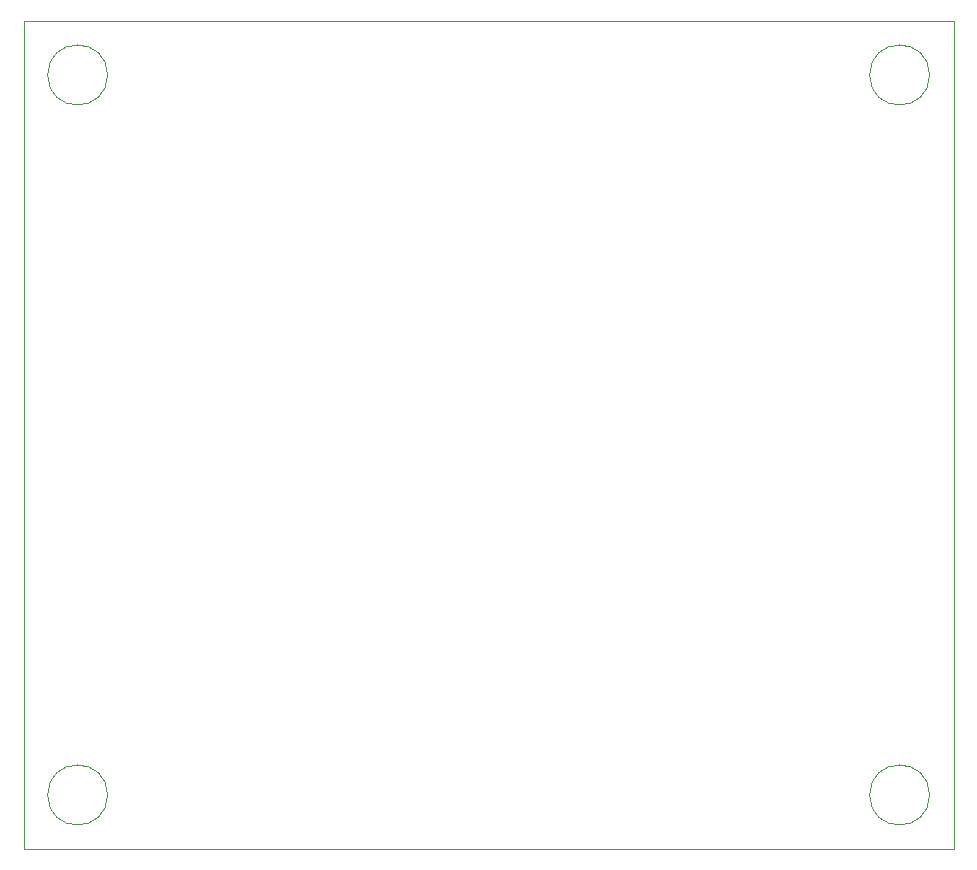
<source format=gbr>
G04 #@! TF.GenerationSoftware,KiCad,Pcbnew,(5.1.4)-1*
G04 #@! TF.CreationDate,2019-11-04T13:23:32-06:00*
G04 #@! TF.ProjectId,Plataforma-nano,506c6174-6166-46f7-926d-612d6e616e6f,rev?*
G04 #@! TF.SameCoordinates,Original*
G04 #@! TF.FileFunction,Profile,NP*
%FSLAX46Y46*%
G04 Gerber Fmt 4.6, Leading zero omitted, Abs format (unit mm)*
G04 Created by KiCad (PCBNEW (5.1.4)-1) date 2019-11-04 13:23:32*
%MOMM*%
%LPD*%
G04 APERTURE LIST*
%ADD10C,0.050000*%
G04 APERTURE END LIST*
D10*
X52832000Y-141224000D02*
X119888000Y-141224000D01*
X52832000Y-140208000D02*
X52832000Y-141224000D01*
X52832000Y-71120000D02*
X52832000Y-140208000D01*
X119888000Y-71120000D02*
X52832000Y-71120000D01*
X131572000Y-141224000D02*
X119888000Y-141224000D01*
X131572000Y-140716000D02*
X131572000Y-141224000D01*
X131572000Y-71120000D02*
X131572000Y-140716000D01*
X119888000Y-71120000D02*
X131572000Y-71120000D01*
X129540000Y-75692000D02*
G75*
G03X129540000Y-75692000I-2540000J0D01*
G01*
X129540000Y-136652000D02*
G75*
G03X129540000Y-136652000I-2540000J0D01*
G01*
X59944000Y-136652000D02*
G75*
G03X59944000Y-136652000I-2540000J0D01*
G01*
X59944000Y-75692000D02*
G75*
G03X59944000Y-75692000I-2540000J0D01*
G01*
M02*

</source>
